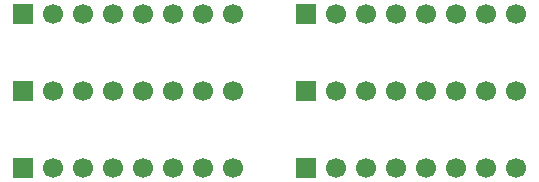
<source format=gbr>
%TF.GenerationSoftware,KiCad,Pcbnew,9.0.4*%
%TF.CreationDate,2025-09-14T11:53:58+01:00*%
%TF.ProjectId,dc_power_headers,64635f70-6f77-4657-925f-686561646572,rev?*%
%TF.SameCoordinates,Original*%
%TF.FileFunction,Soldermask,Top*%
%TF.FilePolarity,Negative*%
%FSLAX46Y46*%
G04 Gerber Fmt 4.6, Leading zero omitted, Abs format (unit mm)*
G04 Created by KiCad (PCBNEW 9.0.4) date 2025-09-14 11:53:58*
%MOMM*%
%LPD*%
G01*
G04 APERTURE LIST*
%ADD10C,1.700000*%
%ADD11R,1.700000X1.700000*%
G04 APERTURE END LIST*
D10*
%TO.C,J1*%
X133280000Y-72000000D03*
X130740000Y-72000000D03*
X128200000Y-72000000D03*
X125660000Y-72000000D03*
X123120000Y-72000000D03*
X120580000Y-72000000D03*
X118040000Y-72000000D03*
D11*
X115500000Y-72000000D03*
%TD*%
D10*
%TO.C,J3*%
X133280000Y-85000000D03*
X130740000Y-85000000D03*
X128200000Y-85000000D03*
X125660000Y-85000000D03*
X123120000Y-85000000D03*
X120580000Y-85000000D03*
X118040000Y-85000000D03*
D11*
X115500000Y-85000000D03*
%TD*%
D10*
%TO.C,J2*%
X133280000Y-78500000D03*
X130740000Y-78500000D03*
X128200000Y-78500000D03*
X125660000Y-78500000D03*
X123120000Y-78500000D03*
X120580000Y-78500000D03*
X118040000Y-78500000D03*
D11*
X115500000Y-78500000D03*
%TD*%
D10*
%TO.C,J5*%
X157280000Y-78500000D03*
X154740000Y-78500000D03*
X152200000Y-78500000D03*
X149660000Y-78500000D03*
X147120000Y-78500000D03*
X144580000Y-78500000D03*
X142040000Y-78500000D03*
D11*
X139500000Y-78500000D03*
%TD*%
D10*
%TO.C,J4*%
X157280000Y-72000000D03*
X154740000Y-72000000D03*
X152200000Y-72000000D03*
X149660000Y-72000000D03*
X147120000Y-72000000D03*
X144580000Y-72000000D03*
X142040000Y-72000000D03*
D11*
X139500000Y-72000000D03*
%TD*%
D10*
%TO.C,J6*%
X157280000Y-85000000D03*
X154740000Y-85000000D03*
X152200000Y-85000000D03*
X149660000Y-85000000D03*
X147120000Y-85000000D03*
X144580000Y-85000000D03*
X142040000Y-85000000D03*
D11*
X139500000Y-85000000D03*
%TD*%
M02*

</source>
